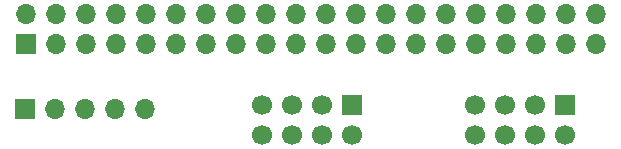
<source format=gbr>
%TF.GenerationSoftware,KiCad,Pcbnew,8.0.2-1*%
%TF.CreationDate,2024-05-21T18:09:58-07:00*%
%TF.ProjectId,pcb,7063622e-6b69-4636-9164-5f7063625858,rev?*%
%TF.SameCoordinates,Original*%
%TF.FileFunction,Soldermask,Bot*%
%TF.FilePolarity,Negative*%
%FSLAX46Y46*%
G04 Gerber Fmt 4.6, Leading zero omitted, Abs format (unit mm)*
G04 Created by KiCad (PCBNEW 8.0.2-1) date 2024-05-21 18:09:58*
%MOMM*%
%LPD*%
G01*
G04 APERTURE LIST*
%ADD10R,1.700000X1.700000*%
%ADD11C,1.700000*%
%ADD12O,1.700000X1.700000*%
G04 APERTURE END LIST*
D10*
%TO.C,U2*%
X139625000Y-68210500D03*
D11*
X139625000Y-70750500D03*
X137085000Y-68210500D03*
X137085000Y-70750500D03*
X134545000Y-68210500D03*
X134545000Y-70750500D03*
X132005000Y-68210500D03*
X132005000Y-70750500D03*
%TD*%
D10*
%TO.C,J2*%
X93920000Y-68500000D03*
D12*
X96460000Y-68500000D03*
X99000000Y-68500000D03*
X101540000Y-68500000D03*
X104080000Y-68500000D03*
%TD*%
D10*
%TO.C,U1*%
X121625000Y-68210500D03*
D11*
X121625000Y-70750500D03*
X119085000Y-68210500D03*
X119085000Y-70750500D03*
X116545000Y-68210500D03*
X116545000Y-70750500D03*
X114005000Y-68210500D03*
X114005000Y-70750500D03*
%TD*%
D10*
%TO.C,J1*%
X94020000Y-63000000D03*
D12*
X94020000Y-60460000D03*
X96560000Y-63000000D03*
X96560000Y-60460000D03*
X99100000Y-63000000D03*
X99100000Y-60460000D03*
X101640000Y-63000000D03*
X101640000Y-60460000D03*
X104180000Y-63000000D03*
X104180000Y-60460000D03*
X106720000Y-63000000D03*
X106720000Y-60460000D03*
X109260000Y-63000000D03*
X109260000Y-60460000D03*
X111800000Y-63000000D03*
X111800000Y-60460000D03*
X114340000Y-63000000D03*
X114340000Y-60460000D03*
X116880000Y-63000000D03*
X116880000Y-60460000D03*
X119420000Y-63000000D03*
X119420000Y-60460000D03*
X121960000Y-63000000D03*
X121960000Y-60460000D03*
X124500000Y-63000000D03*
X124500000Y-60460000D03*
X127040000Y-63000000D03*
X127040000Y-60460000D03*
X129580000Y-63000000D03*
X129580000Y-60460000D03*
X132120000Y-63000000D03*
X132120000Y-60460000D03*
X134660000Y-63000000D03*
X134660000Y-60460000D03*
X137200000Y-63000000D03*
X137200000Y-60460000D03*
X139740000Y-63000000D03*
X139740000Y-60460000D03*
X142280000Y-63000000D03*
X142280000Y-60460000D03*
%TD*%
M02*

</source>
